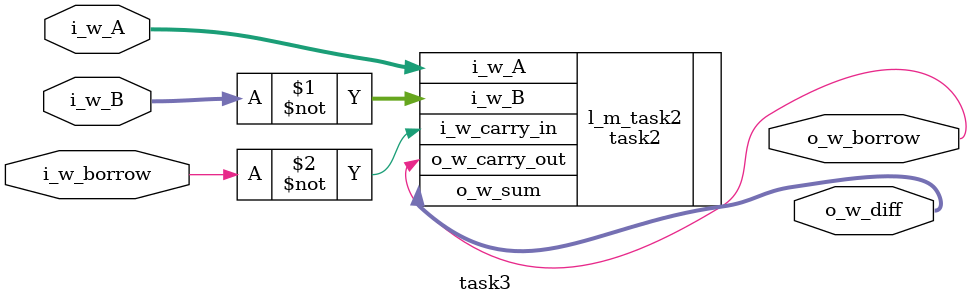
<source format=v>
`timescale 1ns / 1ps


module task3(
		output wire o_w_borrow,
		output wire [7:0] o_w_diff,
		input wire [7:0] i_w_A,
		input wire [7:0] i_w_B,
		input wire i_w_borrow
    );

	// TODO 3: Implement an 8-bit ripple-carry subtractor (A - B) using the ripple-carry adder
	// Hint: Use a two's complement for B
	task2 l_m_task2(.o_w_carry_out(o_w_borrow), .o_w_sum(o_w_diff), .i_w_A(i_w_A), .i_w_B(~i_w_B), .i_w_carry_in(~i_w_borrow));
	
endmodule

</source>
